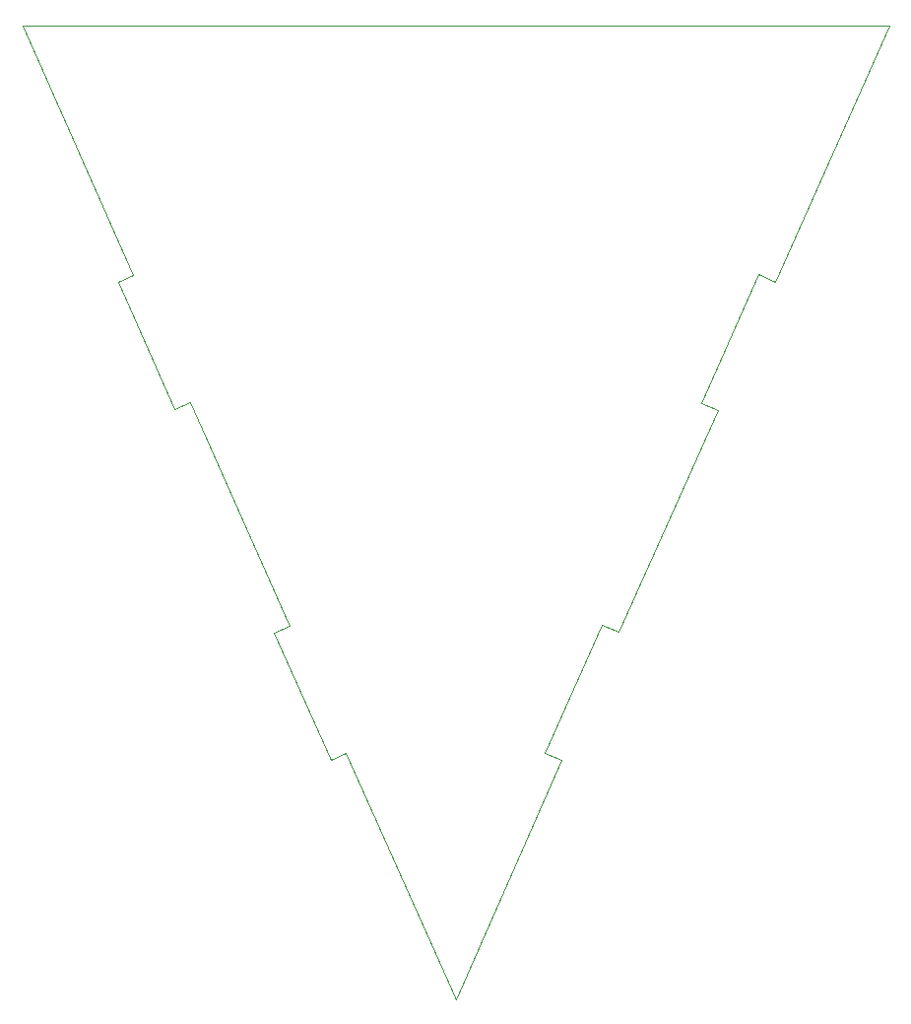
<source format=gbr>
G04 #@! TF.GenerationSoftware,KiCad,Pcbnew,no-vcs-found*
G04 #@! TF.CreationDate,2018-07-23T22:53:43+02:00*
G04 #@! TF.ProjectId,mycelium_pcb_sensor,6D7963656C69756D5F7063625F73656E,rev?*
G04 #@! TF.SameCoordinates,Original
G04 #@! TF.FileFunction,Profile,NP*
%FSLAX46Y46*%
G04 Gerber Fmt 4.6, Leading zero omitted, Abs format (unit mm)*
G04 Created by KiCad (PCBNEW no-vcs-found) date Mon Jul 23 22:53:43 2018*
%MOMM*%
%LPD*%
G01*
G04 APERTURE LIST*
%ADD10C,0.100000*%
G04 APERTURE END LIST*
D10*
X85563100Y-61625740D02*
X86990100Y-62261140D01*
X86990100Y-62261140D02*
X96807100Y-40220240D01*
X96807100Y-40220240D02*
X22299400Y-40220240D01*
X22299400Y-40220240D02*
X31852300Y-61705840D01*
X31852300Y-61705840D02*
X30529400Y-62287240D01*
X30529400Y-62287240D02*
X35396300Y-73187740D01*
X35396300Y-73187740D02*
X36719200Y-72632040D01*
X36719200Y-72632040D02*
X45266000Y-91814340D01*
X45266000Y-91814340D02*
X43943100Y-92397540D01*
X43943100Y-92397540D02*
X48811700Y-103297640D01*
X48811700Y-103297640D02*
X50134700Y-102742340D01*
X50134700Y-102742340D02*
X59553500Y-123882840D01*
X59553500Y-123882840D02*
X68655500Y-103377740D01*
X68655500Y-103377740D02*
X67226400Y-102768440D01*
X67226400Y-102768440D02*
X72147300Y-91736040D01*
X72147300Y-91736040D02*
X73576400Y-92370040D01*
X73576400Y-92370040D02*
X82069200Y-73293540D01*
X82069200Y-73293540D02*
X80640100Y-72658540D01*
X80640100Y-72658540D02*
X85563100Y-61625740D01*
M02*

</source>
